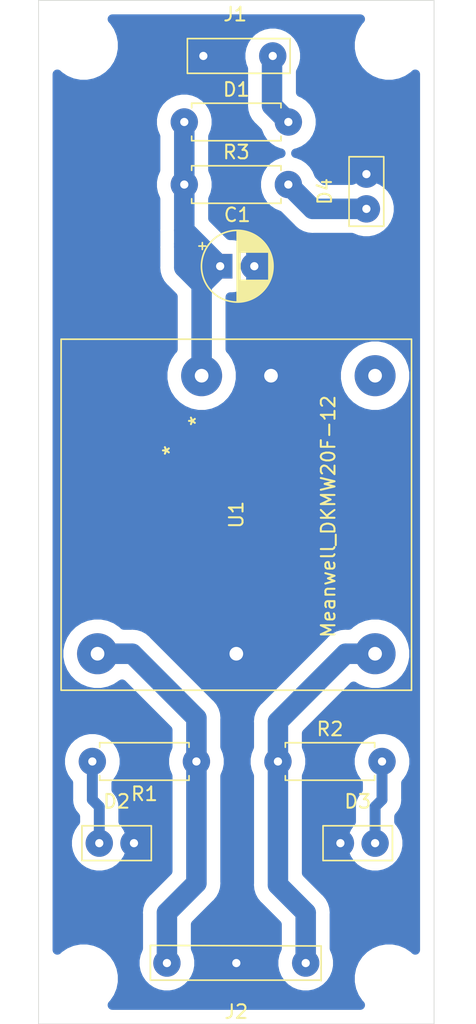
<source format=kicad_pcb>
(kicad_pcb (version 20171130) (host pcbnew "(5.1.7-0-10_14)")

  (general
    (thickness 1.6)
    (drawings 4)
    (tracks 35)
    (zones 0)
    (modules 15)
    (nets 10)
  )

  (page A4)
  (layers
    (0 F.Cu signal)
    (31 B.Cu signal)
    (32 B.Adhes user)
    (33 F.Adhes user)
    (34 B.Paste user)
    (35 F.Paste user)
    (36 B.SilkS user)
    (37 F.SilkS user)
    (38 B.Mask user)
    (39 F.Mask user)
    (40 Dwgs.User user)
    (41 Cmts.User user)
    (42 Eco1.User user)
    (43 Eco2.User user)
    (44 Edge.Cuts user)
    (45 Margin user)
    (46 B.CrtYd user)
    (47 F.CrtYd user)
    (48 B.Fab user)
    (49 F.Fab user)
  )

  (setup
    (last_trace_width 0.25)
    (user_trace_width 0.8)
    (user_trace_width 1.5)
    (user_trace_width 2)
    (trace_clearance 0.2)
    (zone_clearance 1)
    (zone_45_only no)
    (trace_min 0.2)
    (via_size 0.8)
    (via_drill 0.4)
    (via_min_size 0.4)
    (via_min_drill 0.3)
    (uvia_size 0.3)
    (uvia_drill 0.1)
    (uvias_allowed no)
    (uvia_min_size 0.2)
    (uvia_min_drill 0.1)
    (edge_width 0.05)
    (segment_width 0.2)
    (pcb_text_width 0.3)
    (pcb_text_size 1.5 1.5)
    (mod_edge_width 0.12)
    (mod_text_size 1 1)
    (mod_text_width 0.15)
    (pad_size 3 3)
    (pad_drill 1)
    (pad_to_mask_clearance 0)
    (aux_axis_origin 0 0)
    (visible_elements FFFFFF7F)
    (pcbplotparams
      (layerselection 0x00000_fffffffe)
      (usegerberextensions false)
      (usegerberattributes true)
      (usegerberadvancedattributes true)
      (creategerberjobfile true)
      (excludeedgelayer true)
      (linewidth 0.100000)
      (plotframeref false)
      (viasonmask false)
      (mode 1)
      (useauxorigin false)
      (hpglpennumber 1)
      (hpglpenspeed 20)
      (hpglpendiameter 15.000000)
      (psnegative false)
      (psa4output false)
      (plotreference true)
      (plotvalue true)
      (plotinvisibletext false)
      (padsonsilk false)
      (subtractmaskfromsilk false)
      (outputformat 4)
      (mirror false)
      (drillshape 2)
      (scaleselection 1)
      (outputdirectory "plots/PDF/"))
  )

  (net 0 "")
  (net 1 GND)
  (net 2 "Net-(C1-Pad1)")
  (net 3 "Net-(D1-Pad2)")
  (net 4 "Net-(D2-Pad2)")
  (net 5 "Net-(D3-Pad1)")
  (net 6 "Net-(J2-Pad1)")
  (net 7 "Net-(J2-Pad3)")
  (net 8 "Net-(D4-Pad2)")
  (net 9 "Net-(U1-Pad3)")

  (net_class Default "This is the default net class."
    (clearance 0.2)
    (trace_width 0.25)
    (via_dia 0.8)
    (via_drill 0.4)
    (uvia_dia 0.3)
    (uvia_drill 0.1)
    (add_net GND)
    (add_net "Net-(C1-Pad1)")
    (add_net "Net-(D1-Pad2)")
    (add_net "Net-(D2-Pad2)")
    (add_net "Net-(D3-Pad1)")
    (add_net "Net-(D4-Pad2)")
    (add_net "Net-(J2-Pad1)")
    (add_net "Net-(J2-Pad3)")
    (add_net "Net-(U1-Pad3)")
  )

  (module Zimo_Manual_PCB:NSL25_01x02_Vertical (layer F.Cu) (tedit 61614929) (tstamp 616148DC)
    (at 121.92 64.77 180)
    (path /6160CFBF)
    (fp_text reference J1 (at 2.75 3.048 180) (layer F.SilkS)
      (effects (font (size 1 1) (thickness 0.15)))
    )
    (fp_text value Jack-DC (at 2.25 -3.75 180) (layer F.Fab)
      (effects (font (size 1 1) (thickness 0.15)))
    )
    (fp_line (start -1.27 -1.27) (end 6.25 -1.27) (layer F.SilkS) (width 0.12))
    (fp_line (start 6.25 -1.27) (end 6.25 1.27) (layer F.SilkS) (width 0.12))
    (fp_line (start 6.25 1.27) (end -1.27 1.27) (layer F.SilkS) (width 0.12))
    (fp_line (start -1.27 1.27) (end -1.27 -1.27) (layer F.SilkS) (width 0.12))
    (fp_line (start -1.524 -2.54) (end -1.524 2.032) (layer Dwgs.User) (width 0.12))
    (fp_line (start -1.524 2.032) (end 6.5 2.032) (layer Dwgs.User) (width 0.12))
    (fp_line (start 6.5 2.032) (end 6.5 -2.54) (layer Dwgs.User) (width 0.12))
    (fp_line (start 6.5 -2.54) (end -1.524 -2.54) (layer Dwgs.User) (width 0.12))
    (pad 1 thru_hole circle (at 0 0 180) (size 2 2) (drill 0.6) (layers *.Cu *.Mask)
      (net 3 "Net-(D1-Pad2)"))
    (pad 2 thru_hole circle (at 5.08 0 180) (size 2 2) (drill 0.6) (layers *.Cu *.Mask)
      (net 1 GND))
  )

  (module MountingHole:MountingHole_3mm locked (layer F.Cu) (tedit 56D1B4CB) (tstamp 616138BE)
    (at 108.077 132.207)
    (descr "Mounting Hole 3mm, no annular")
    (tags "mounting hole 3mm no annular")
    (attr virtual)
    (fp_text reference REF** (at 0 -4) (layer F.SilkS) hide
      (effects (font (size 1 1) (thickness 0.15)))
    )
    (fp_text value MountingHole_3mm (at 0 4) (layer F.Fab) hide
      (effects (font (size 1 1) (thickness 0.15)))
    )
    (fp_circle (center 0 0) (end 3.25 0) (layer F.CrtYd) (width 0.05))
    (fp_circle (center 0 0) (end 3 0) (layer Cmts.User) (width 0.15))
    (fp_text user %R (at 0.3 0) (layer F.Fab)
      (effects (font (size 1 1) (thickness 0.15)))
    )
    (pad 1 np_thru_hole circle (at 0 0) (size 3 3) (drill 3) (layers *.Cu *.Mask))
  )

  (module MountingHole:MountingHole_3mm locked (layer F.Cu) (tedit 56D1B4CB) (tstamp 616138B7)
    (at 130.429 132.207)
    (descr "Mounting Hole 3mm, no annular")
    (tags "mounting hole 3mm no annular")
    (attr virtual)
    (fp_text reference REF** (at 0 -4) (layer F.SilkS) hide
      (effects (font (size 1 1) (thickness 0.15)))
    )
    (fp_text value MountingHole_3mm (at 0 4) (layer F.Fab) hide
      (effects (font (size 1 1) (thickness 0.15)))
    )
    (fp_circle (center 0 0) (end 3.25 0) (layer F.CrtYd) (width 0.05))
    (fp_circle (center 0 0) (end 3 0) (layer Cmts.User) (width 0.15))
    (fp_text user %R (at 0.3 0) (layer F.Fab)
      (effects (font (size 1 1) (thickness 0.15)))
    )
    (pad 1 np_thru_hole circle (at 0 0) (size 3 3) (drill 3) (layers *.Cu *.Mask))
  )

  (module MountingHole:MountingHole_3mm locked (layer F.Cu) (tedit 56D1B4CB) (tstamp 616138A4)
    (at 130.429 64.008)
    (descr "Mounting Hole 3mm, no annular")
    (tags "mounting hole 3mm no annular")
    (attr virtual)
    (fp_text reference REF** (at 0 -4) (layer F.SilkS) hide
      (effects (font (size 1 1) (thickness 0.15)))
    )
    (fp_text value MountingHole_3mm (at 0 4) (layer F.Fab) hide
      (effects (font (size 1 1) (thickness 0.15)))
    )
    (fp_circle (center 0 0) (end 3.25 0) (layer F.CrtYd) (width 0.05))
    (fp_circle (center 0 0) (end 3 0) (layer Cmts.User) (width 0.15))
    (fp_text user %R (at 0.3 0) (layer F.Fab)
      (effects (font (size 1 1) (thickness 0.15)))
    )
    (pad 1 np_thru_hole circle (at 0 0) (size 3 3) (drill 3) (layers *.Cu *.Mask))
  )

  (module MountingHole:MountingHole_3mm locked (layer F.Cu) (tedit 56D1B4CB) (tstamp 61613890)
    (at 108.077 64.008)
    (descr "Mounting Hole 3mm, no annular")
    (tags "mounting hole 3mm no annular")
    (attr virtual)
    (fp_text reference REF** (at 0 -4) (layer F.SilkS) hide
      (effects (font (size 1 1) (thickness 0.15)))
    )
    (fp_text value MountingHole_3mm (at 0 4) (layer F.Fab) hide
      (effects (font (size 1 1) (thickness 0.15)))
    )
    (fp_circle (center 0 0) (end 3.25 0) (layer F.CrtYd) (width 0.05))
    (fp_circle (center 0 0) (end 3 0) (layer Cmts.User) (width 0.15))
    (fp_text user %R (at 0.3 0) (layer F.Fab)
      (effects (font (size 1 1) (thickness 0.15)))
    )
    (pad 1 np_thru_hole circle (at 0 0) (size 3 3) (drill 3) (layers *.Cu *.Mask))
  )

  (module Zimo_Manual_PCB:NSL25_01x03_Vertical (layer F.Cu) (tedit 61612A2A) (tstamp 61611FBA)
    (at 116.713 131.064)
    (path /616172E9)
    (fp_text reference J2 (at 2.54 3.556) (layer F.SilkS)
      (effects (font (size 1 1) (thickness 0.15)))
    )
    (fp_text value Out (at 3.048 -4.064) (layer F.Fab)
      (effects (font (size 1 1) (thickness 0.15)))
    )
    (fp_line (start -3.75 -1.29) (end 8.75 -1.25) (layer F.SilkS) (width 0.12))
    (fp_line (start 8.75 1.25) (end -3.75 1.25) (layer F.SilkS) (width 0.12))
    (fp_line (start -3.75 1.25) (end -3.75 -1.29) (layer F.SilkS) (width 0.12))
    (fp_line (start -3.75 -2.54) (end -3.75 2.032) (layer Dwgs.User) (width 0.12))
    (fp_line (start -3.75 2.032) (end 8.75 2.032) (layer Dwgs.User) (width 0.12))
    (fp_line (start 8.75 -2.54) (end -3.75 -2.54) (layer Dwgs.User) (width 0.12))
    (fp_line (start 8.75 -1.25) (end 8.75 1.29) (layer F.SilkS) (width 0.12))
    (fp_line (start 8.75 -2.54) (end 8.75 2.032) (layer Dwgs.User) (width 0.12))
    (pad 1 thru_hole circle (at -2.54 0) (size 2 2) (drill 0.6) (layers *.Cu *.Mask)
      (net 6 "Net-(J2-Pad1)"))
    (pad 2 thru_hole circle (at 2.54 0) (size 2 2) (drill 0.6) (layers *.Cu *.Mask)
      (net 1 GND))
    (pad 3 thru_hole circle (at 7.62 0) (size 2 2) (drill 0.6) (layers *.Cu *.Mask)
      (net 7 "Net-(J2-Pad3)"))
  )

  (module Zimo_Manual_PCB:CP_Radial_D5.0mm_P2.50mm (layer F.Cu) (tedit 5FABF591) (tstamp 61611F66)
    (at 118.070064 80.137)
    (descr "CP, Radial series, Radial, pin pitch=2.50mm, , diameter=5mm, Electrolytic Capacitor")
    (tags "CP Radial series Radial pin pitch 2.50mm  diameter 5mm Electrolytic Capacitor")
    (path /616146FC)
    (fp_text reference C1 (at 1.25 -3.75) (layer F.SilkS)
      (effects (font (size 1 1) (thickness 0.15)))
    )
    (fp_text value 22uF (at 1.25 3.75) (layer F.Fab)
      (effects (font (size 1 1) (thickness 0.15)))
    )
    (fp_line (start -1.304775 -1.725) (end -1.304775 -1.225) (layer F.SilkS) (width 0.12))
    (fp_line (start -1.554775 -1.475) (end -1.054775 -1.475) (layer F.SilkS) (width 0.12))
    (fp_line (start 3.851 -0.284) (end 3.851 0.284) (layer F.SilkS) (width 0.12))
    (fp_line (start 3.811 -0.518) (end 3.811 0.518) (layer F.SilkS) (width 0.12))
    (fp_line (start 3.771 -0.677) (end 3.771 0.677) (layer F.SilkS) (width 0.12))
    (fp_line (start 3.731 -0.805) (end 3.731 0.805) (layer F.SilkS) (width 0.12))
    (fp_line (start 3.691 -0.915) (end 3.691 0.915) (layer F.SilkS) (width 0.12))
    (fp_line (start 3.651 -1.011) (end 3.651 1.011) (layer F.SilkS) (width 0.12))
    (fp_line (start 3.611 -1.098) (end 3.611 1.098) (layer F.SilkS) (width 0.12))
    (fp_line (start 3.571 -1.178) (end 3.571 1.178) (layer F.SilkS) (width 0.12))
    (fp_line (start 3.531 1.04) (end 3.531 1.251) (layer F.SilkS) (width 0.12))
    (fp_line (start 3.531 -1.251) (end 3.531 -1.04) (layer F.SilkS) (width 0.12))
    (fp_line (start 3.491 1.04) (end 3.491 1.319) (layer F.SilkS) (width 0.12))
    (fp_line (start 3.491 -1.319) (end 3.491 -1.04) (layer F.SilkS) (width 0.12))
    (fp_line (start 3.451 1.04) (end 3.451 1.383) (layer F.SilkS) (width 0.12))
    (fp_line (start 3.451 -1.383) (end 3.451 -1.04) (layer F.SilkS) (width 0.12))
    (fp_line (start 3.411 1.04) (end 3.411 1.443) (layer F.SilkS) (width 0.12))
    (fp_line (start 3.411 -1.443) (end 3.411 -1.04) (layer F.SilkS) (width 0.12))
    (fp_line (start 3.371 1.04) (end 3.371 1.5) (layer F.SilkS) (width 0.12))
    (fp_line (start 3.371 -1.5) (end 3.371 -1.04) (layer F.SilkS) (width 0.12))
    (fp_line (start 3.331 1.04) (end 3.331 1.554) (layer F.SilkS) (width 0.12))
    (fp_line (start 3.331 -1.554) (end 3.331 -1.04) (layer F.SilkS) (width 0.12))
    (fp_line (start 3.291 1.04) (end 3.291 1.605) (layer F.SilkS) (width 0.12))
    (fp_line (start 3.291 -1.605) (end 3.291 -1.04) (layer F.SilkS) (width 0.12))
    (fp_line (start 3.251 1.04) (end 3.251 1.653) (layer F.SilkS) (width 0.12))
    (fp_line (start 3.251 -1.653) (end 3.251 -1.04) (layer F.SilkS) (width 0.12))
    (fp_line (start 3.211 1.04) (end 3.211 1.699) (layer F.SilkS) (width 0.12))
    (fp_line (start 3.211 -1.699) (end 3.211 -1.04) (layer F.SilkS) (width 0.12))
    (fp_line (start 3.171 1.04) (end 3.171 1.743) (layer F.SilkS) (width 0.12))
    (fp_line (start 3.171 -1.743) (end 3.171 -1.04) (layer F.SilkS) (width 0.12))
    (fp_line (start 3.131 1.04) (end 3.131 1.785) (layer F.SilkS) (width 0.12))
    (fp_line (start 3.131 -1.785) (end 3.131 -1.04) (layer F.SilkS) (width 0.12))
    (fp_line (start 3.091 1.04) (end 3.091 1.826) (layer F.SilkS) (width 0.12))
    (fp_line (start 3.091 -1.826) (end 3.091 -1.04) (layer F.SilkS) (width 0.12))
    (fp_line (start 3.051 1.04) (end 3.051 1.864) (layer F.SilkS) (width 0.12))
    (fp_line (start 3.051 -1.864) (end 3.051 -1.04) (layer F.SilkS) (width 0.12))
    (fp_line (start 3.011 1.04) (end 3.011 1.901) (layer F.SilkS) (width 0.12))
    (fp_line (start 3.011 -1.901) (end 3.011 -1.04) (layer F.SilkS) (width 0.12))
    (fp_line (start 2.971 1.04) (end 2.971 1.937) (layer F.SilkS) (width 0.12))
    (fp_line (start 2.971 -1.937) (end 2.971 -1.04) (layer F.SilkS) (width 0.12))
    (fp_line (start 2.931 1.04) (end 2.931 1.971) (layer F.SilkS) (width 0.12))
    (fp_line (start 2.931 -1.971) (end 2.931 -1.04) (layer F.SilkS) (width 0.12))
    (fp_line (start 2.891 1.04) (end 2.891 2.004) (layer F.SilkS) (width 0.12))
    (fp_line (start 2.891 -2.004) (end 2.891 -1.04) (layer F.SilkS) (width 0.12))
    (fp_line (start 2.851 1.04) (end 2.851 2.035) (layer F.SilkS) (width 0.12))
    (fp_line (start 2.851 -2.035) (end 2.851 -1.04) (layer F.SilkS) (width 0.12))
    (fp_line (start 2.811 1.04) (end 2.811 2.065) (layer F.SilkS) (width 0.12))
    (fp_line (start 2.811 -2.065) (end 2.811 -1.04) (layer F.SilkS) (width 0.12))
    (fp_line (start 2.771 1.04) (end 2.771 2.095) (layer F.SilkS) (width 0.12))
    (fp_line (start 2.771 -2.095) (end 2.771 -1.04) (layer F.SilkS) (width 0.12))
    (fp_line (start 2.731 1.04) (end 2.731 2.122) (layer F.SilkS) (width 0.12))
    (fp_line (start 2.731 -2.122) (end 2.731 -1.04) (layer F.SilkS) (width 0.12))
    (fp_line (start 2.691 1.04) (end 2.691 2.149) (layer F.SilkS) (width 0.12))
    (fp_line (start 2.691 -2.149) (end 2.691 -1.04) (layer F.SilkS) (width 0.12))
    (fp_line (start 2.651 1.04) (end 2.651 2.175) (layer F.SilkS) (width 0.12))
    (fp_line (start 2.651 -2.175) (end 2.651 -1.04) (layer F.SilkS) (width 0.12))
    (fp_line (start 2.611 1.04) (end 2.611 2.2) (layer F.SilkS) (width 0.12))
    (fp_line (start 2.611 -2.2) (end 2.611 -1.04) (layer F.SilkS) (width 0.12))
    (fp_line (start 2.571 1.04) (end 2.571 2.224) (layer F.SilkS) (width 0.12))
    (fp_line (start 2.571 -2.224) (end 2.571 -1.04) (layer F.SilkS) (width 0.12))
    (fp_line (start 2.531 1.04) (end 2.531 2.247) (layer F.SilkS) (width 0.12))
    (fp_line (start 2.531 -2.247) (end 2.531 -1.04) (layer F.SilkS) (width 0.12))
    (fp_line (start 2.491 1.04) (end 2.491 2.268) (layer F.SilkS) (width 0.12))
    (fp_line (start 2.491 -2.268) (end 2.491 -1.04) (layer F.SilkS) (width 0.12))
    (fp_line (start 2.451 1.04) (end 2.451 2.29) (layer F.SilkS) (width 0.12))
    (fp_line (start 2.451 -2.29) (end 2.451 -1.04) (layer F.SilkS) (width 0.12))
    (fp_line (start 2.411 1.04) (end 2.411 2.31) (layer F.SilkS) (width 0.12))
    (fp_line (start 2.411 -2.31) (end 2.411 -1.04) (layer F.SilkS) (width 0.12))
    (fp_line (start 2.371 1.04) (end 2.371 2.329) (layer F.SilkS) (width 0.12))
    (fp_line (start 2.371 -2.329) (end 2.371 -1.04) (layer F.SilkS) (width 0.12))
    (fp_line (start 2.331 1.04) (end 2.331 2.348) (layer F.SilkS) (width 0.12))
    (fp_line (start 2.331 -2.348) (end 2.331 -1.04) (layer F.SilkS) (width 0.12))
    (fp_line (start 2.291 1.04) (end 2.291 2.365) (layer F.SilkS) (width 0.12))
    (fp_line (start 2.291 -2.365) (end 2.291 -1.04) (layer F.SilkS) (width 0.12))
    (fp_line (start 2.251 1.04) (end 2.251 2.382) (layer F.SilkS) (width 0.12))
    (fp_line (start 2.251 -2.382) (end 2.251 -1.04) (layer F.SilkS) (width 0.12))
    (fp_line (start 2.211 1.04) (end 2.211 2.398) (layer F.SilkS) (width 0.12))
    (fp_line (start 2.211 -2.398) (end 2.211 -1.04) (layer F.SilkS) (width 0.12))
    (fp_line (start 2.171 1.04) (end 2.171 2.414) (layer F.SilkS) (width 0.12))
    (fp_line (start 2.171 -2.414) (end 2.171 -1.04) (layer F.SilkS) (width 0.12))
    (fp_line (start 2.131 1.04) (end 2.131 2.428) (layer F.SilkS) (width 0.12))
    (fp_line (start 2.131 -2.428) (end 2.131 -1.04) (layer F.SilkS) (width 0.12))
    (fp_line (start 2.091 1.04) (end 2.091 2.442) (layer F.SilkS) (width 0.12))
    (fp_line (start 2.091 -2.442) (end 2.091 -1.04) (layer F.SilkS) (width 0.12))
    (fp_line (start 2.051 1.04) (end 2.051 2.455) (layer F.SilkS) (width 0.12))
    (fp_line (start 2.051 -2.455) (end 2.051 -1.04) (layer F.SilkS) (width 0.12))
    (fp_line (start 2.011 1.04) (end 2.011 2.468) (layer F.SilkS) (width 0.12))
    (fp_line (start 2.011 -2.468) (end 2.011 -1.04) (layer F.SilkS) (width 0.12))
    (fp_line (start 1.971 1.04) (end 1.971 2.48) (layer F.SilkS) (width 0.12))
    (fp_line (start 1.971 -2.48) (end 1.971 -1.04) (layer F.SilkS) (width 0.12))
    (fp_line (start 1.93 1.04) (end 1.93 2.491) (layer F.SilkS) (width 0.12))
    (fp_line (start 1.93 -2.491) (end 1.93 -1.04) (layer F.SilkS) (width 0.12))
    (fp_line (start 1.89 1.04) (end 1.89 2.501) (layer F.SilkS) (width 0.12))
    (fp_line (start 1.89 -2.501) (end 1.89 -1.04) (layer F.SilkS) (width 0.12))
    (fp_line (start 1.85 1.04) (end 1.85 2.511) (layer F.SilkS) (width 0.12))
    (fp_line (start 1.85 -2.511) (end 1.85 -1.04) (layer F.SilkS) (width 0.12))
    (fp_line (start 1.81 1.04) (end 1.81 2.52) (layer F.SilkS) (width 0.12))
    (fp_line (start 1.81 -2.52) (end 1.81 -1.04) (layer F.SilkS) (width 0.12))
    (fp_line (start 1.77 1.04) (end 1.77 2.528) (layer F.SilkS) (width 0.12))
    (fp_line (start 1.77 -2.528) (end 1.77 -1.04) (layer F.SilkS) (width 0.12))
    (fp_line (start 1.73 1.04) (end 1.73 2.536) (layer F.SilkS) (width 0.12))
    (fp_line (start 1.73 -2.536) (end 1.73 -1.04) (layer F.SilkS) (width 0.12))
    (fp_line (start 1.69 1.04) (end 1.69 2.543) (layer F.SilkS) (width 0.12))
    (fp_line (start 1.69 -2.543) (end 1.69 -1.04) (layer F.SilkS) (width 0.12))
    (fp_line (start 1.65 1.04) (end 1.65 2.55) (layer F.SilkS) (width 0.12))
    (fp_line (start 1.65 -2.55) (end 1.65 -1.04) (layer F.SilkS) (width 0.12))
    (fp_line (start 1.61 1.04) (end 1.61 2.556) (layer F.SilkS) (width 0.12))
    (fp_line (start 1.61 -2.556) (end 1.61 -1.04) (layer F.SilkS) (width 0.12))
    (fp_line (start 1.57 1.04) (end 1.57 2.561) (layer F.SilkS) (width 0.12))
    (fp_line (start 1.57 -2.561) (end 1.57 -1.04) (layer F.SilkS) (width 0.12))
    (fp_line (start 1.53 1.04) (end 1.53 2.565) (layer F.SilkS) (width 0.12))
    (fp_line (start 1.53 -2.565) (end 1.53 -1.04) (layer F.SilkS) (width 0.12))
    (fp_line (start 1.49 1.04) (end 1.49 2.569) (layer F.SilkS) (width 0.12))
    (fp_line (start 1.49 -2.569) (end 1.49 -1.04) (layer F.SilkS) (width 0.12))
    (fp_line (start 1.45 -2.573) (end 1.45 2.573) (layer F.SilkS) (width 0.12))
    (fp_line (start 1.41 -2.576) (end 1.41 2.576) (layer F.SilkS) (width 0.12))
    (fp_line (start 1.37 -2.578) (end 1.37 2.578) (layer F.SilkS) (width 0.12))
    (fp_line (start 1.33 -2.579) (end 1.33 2.579) (layer F.SilkS) (width 0.12))
    (fp_line (start 1.29 -2.58) (end 1.29 2.58) (layer F.SilkS) (width 0.12))
    (fp_line (start 1.25 -2.58) (end 1.25 2.58) (layer F.SilkS) (width 0.12))
    (fp_line (start -0.633605 -1.3375) (end -0.633605 -0.8375) (layer F.Fab) (width 0.1))
    (fp_line (start -0.883605 -1.0875) (end -0.383605 -1.0875) (layer F.Fab) (width 0.1))
    (fp_circle (center 1.25 0) (end 4 0) (layer F.CrtYd) (width 0.05))
    (fp_circle (center 1.25 0) (end 3.87 0) (layer F.SilkS) (width 0.12))
    (fp_circle (center 1.25 0) (end 3.75 0) (layer F.Fab) (width 0.1))
    (fp_text user %R (at 1.25 0) (layer F.Fab)
      (effects (font (size 1 1) (thickness 0.15)))
    )
    (pad 2 thru_hole circle (at 2.5 0) (size 2 2) (drill 0.6) (layers *.Cu *.Mask)
      (net 1 GND))
    (pad 1 thru_hole rect (at 0 0) (size 1.8 1.8) (drill 0.6) (layers *.Cu *.Mask)
      (net 2 "Net-(C1-Pad1)"))
    (model ${KISYS3DMOD}/Capacitor_THT.3dshapes/CP_Radial_D5.0mm_P2.50mm.wrl
      (at (xyz 0 0 0))
      (scale (xyz 1 1 1))
      (rotate (xyz 0 0 0))
    )
  )

  (module Zimo_Manual_PCB:D_Axial (layer F.Cu) (tedit 6029A1D6) (tstamp 61611F81)
    (at 115.443 69.596)
    (descr "Resistor, Axial_DIN0207 series, Axial, Horizontal, pin pitch=7.62mm, 0.25W = 1/4W, length*diameter=6.3*2.5mm^2, http://cdn-reichelt.de/documents/datenblatt/B400/1_4W%23YAG.pdf")
    (tags "Resistor Axial_DIN0207 series Axial Horizontal pin pitch 7.62mm 0.25W = 1/4W length 6.3mm diameter 2.5mm")
    (path /61613944)
    (fp_text reference D1 (at 3.81 -2.37) (layer F.SilkS)
      (effects (font (size 1 1) (thickness 0.15)))
    )
    (fp_text value G3D (at 3.81 2.37) (layer F.Fab)
      (effects (font (size 1 1) (thickness 0.15)))
    )
    (fp_line (start 0.66 -1.25) (end 0.66 1.25) (layer F.Fab) (width 0.1))
    (fp_line (start 0.66 1.25) (end 6.96 1.25) (layer F.Fab) (width 0.1))
    (fp_line (start 6.96 1.25) (end 6.96 -1.25) (layer F.Fab) (width 0.1))
    (fp_line (start 6.96 -1.25) (end 0.66 -1.25) (layer F.Fab) (width 0.1))
    (fp_line (start 0 0) (end 0.66 0) (layer F.Fab) (width 0.1))
    (fp_line (start 7.62 0) (end 6.96 0) (layer F.Fab) (width 0.1))
    (fp_line (start 0.54 -1.04) (end 0.54 -1.37) (layer F.SilkS) (width 0.12))
    (fp_line (start 0.54 -1.37) (end 7.08 -1.37) (layer F.SilkS) (width 0.12))
    (fp_line (start 7.08 -1.37) (end 7.08 -1.04) (layer F.SilkS) (width 0.12))
    (fp_line (start 0.54 1.04) (end 0.54 1.37) (layer F.SilkS) (width 0.12))
    (fp_line (start 0.54 1.37) (end 7.08 1.37) (layer F.SilkS) (width 0.12))
    (fp_line (start 7.08 1.37) (end 7.08 1.04) (layer F.SilkS) (width 0.12))
    (fp_line (start -1.05 -1.5) (end -1.05 1.5) (layer F.CrtYd) (width 0.05))
    (fp_line (start -1.05 1.5) (end 8.67 1.5) (layer F.CrtYd) (width 0.05))
    (fp_line (start 8.67 1.5) (end 8.67 -1.5) (layer F.CrtYd) (width 0.05))
    (fp_line (start 8.67 -1.5) (end -1.05 -1.5) (layer F.CrtYd) (width 0.05))
    (fp_line (start 4.572 -1.27) (end 4.572 1.27) (layer F.Fab) (width 0.12))
    (fp_line (start 4.572 1.27) (end 3.302 0) (layer F.Fab) (width 0.12))
    (fp_line (start 3.302 0) (end 4.572 -1.27) (layer F.Fab) (width 0.12))
    (fp_line (start 3.302 -1.27) (end 3.302 1.27) (layer F.Fab) (width 0.12))
    (fp_text user %R (at 3.81 -4.064) (layer F.Fab)
      (effects (font (size 1 1) (thickness 0.15)))
    )
    (pad 2 thru_hole oval (at 7.62 0) (size 2 2) (drill 0.6) (layers *.Cu *.Mask)
      (net 3 "Net-(D1-Pad2)"))
    (pad 1 thru_hole circle (at 0 0) (size 2 2) (drill 0.6) (layers *.Cu *.Mask)
      (net 2 "Net-(C1-Pad1)"))
    (model ${KISYS3DMOD}/Resistor_THT.3dshapes/R_Axial_DIN0207_L6.3mm_D2.5mm_P7.62mm_Horizontal.wrl
      (at (xyz 0 0 0))
      (scale (xyz 1 1 1))
      (rotate (xyz 0 0 0))
    )
  )

  (module Zimo_Manual_PCB:NSL25_01x02_Vertical (layer F.Cu) (tedit 5FB01468) (tstamp 61614536)
    (at 111.76 122.301 180)
    (path /6161C1CC)
    (fp_text reference D2 (at 1.27 3.048) (layer F.SilkS)
      (effects (font (size 1 1) (thickness 0.15)))
    )
    (fp_text value "Test LED +12V" (at 4.064 3.683) (layer F.Fab)
      (effects (font (size 1 1) (thickness 0.15)))
    )
    (fp_line (start -1.27 -1.27) (end 3.81 -1.27) (layer F.SilkS) (width 0.12))
    (fp_line (start 3.81 -1.27) (end 3.81 1.27) (layer F.SilkS) (width 0.12))
    (fp_line (start 3.81 1.27) (end -1.27 1.27) (layer F.SilkS) (width 0.12))
    (fp_line (start -1.27 1.27) (end -1.27 -1.27) (layer F.SilkS) (width 0.12))
    (fp_line (start -1.524 -2.54) (end -1.524 2.032) (layer Dwgs.User) (width 0.12))
    (fp_line (start -1.524 2.032) (end 4.064 2.032) (layer Dwgs.User) (width 0.12))
    (fp_line (start 4.064 2.032) (end 4.064 -2.54) (layer Dwgs.User) (width 0.12))
    (fp_line (start 4.064 -2.54) (end -1.524 -2.54) (layer Dwgs.User) (width 0.12))
    (pad 1 thru_hole circle (at 0 0 180) (size 2 2) (drill 0.6) (layers *.Cu *.Mask)
      (net 1 GND))
    (pad 2 thru_hole circle (at 2.54 0 180) (size 2 2) (drill 0.6) (layers *.Cu *.Mask)
      (net 4 "Net-(D2-Pad2)"))
  )

  (module Zimo_Manual_PCB:NSL25_01x02_Vertical (layer F.Cu) (tedit 5FB01468) (tstamp 61611F9D)
    (at 129.413 122.301 180)
    (path /6161DA65)
    (fp_text reference D3 (at 1.27 3.048) (layer F.SilkS)
      (effects (font (size 1 1) (thickness 0.15)))
    )
    (fp_text value "Test LED -12V" (at -1.651 3.683) (layer F.Fab)
      (effects (font (size 1 1) (thickness 0.15)))
    )
    (fp_line (start 4.064 -2.54) (end -1.524 -2.54) (layer Dwgs.User) (width 0.12))
    (fp_line (start 4.064 2.032) (end 4.064 -2.54) (layer Dwgs.User) (width 0.12))
    (fp_line (start -1.524 2.032) (end 4.064 2.032) (layer Dwgs.User) (width 0.12))
    (fp_line (start -1.524 -2.54) (end -1.524 2.032) (layer Dwgs.User) (width 0.12))
    (fp_line (start -1.27 1.27) (end -1.27 -1.27) (layer F.SilkS) (width 0.12))
    (fp_line (start 3.81 1.27) (end -1.27 1.27) (layer F.SilkS) (width 0.12))
    (fp_line (start 3.81 -1.27) (end 3.81 1.27) (layer F.SilkS) (width 0.12))
    (fp_line (start -1.27 -1.27) (end 3.81 -1.27) (layer F.SilkS) (width 0.12))
    (pad 2 thru_hole circle (at 2.54 0 180) (size 2 2) (drill 0.6) (layers *.Cu *.Mask)
      (net 1 GND))
    (pad 1 thru_hole circle (at 0 0 180) (size 2 2) (drill 0.6) (layers *.Cu *.Mask)
      (net 5 "Net-(D3-Pad1)"))
  )

  (module Zimo_Manual_PCB:R_Axial_DIN0207_L6.3mm_D2.5mm_P7.62mm_Horizontal (layer F.Cu) (tedit 5FABF75E) (tstamp 61611FD1)
    (at 116.332 116.332 180)
    (descr "Resistor, Axial_DIN0207 series, Axial, Horizontal, pin pitch=7.62mm, 0.25W = 1/4W, length*diameter=6.3*2.5mm^2, http://cdn-reichelt.de/documents/datenblatt/B400/1_4W%23YAG.pdf")
    (tags "Resistor Axial_DIN0207 series Axial Horizontal pin pitch 7.62mm 0.25W = 1/4W length 6.3mm diameter 2.5mm")
    (path /6161B60D)
    (fp_text reference R1 (at 3.81 -2.37) (layer F.SilkS)
      (effects (font (size 1 1) (thickness 0.15)))
    )
    (fp_text value 1k (at 3.81 2.37) (layer F.Fab)
      (effects (font (size 1 1) (thickness 0.15)))
    )
    (fp_line (start 8.67 -1.5) (end -1.05 -1.5) (layer F.CrtYd) (width 0.05))
    (fp_line (start 8.67 1.5) (end 8.67 -1.5) (layer F.CrtYd) (width 0.05))
    (fp_line (start -1.05 1.5) (end 8.67 1.5) (layer F.CrtYd) (width 0.05))
    (fp_line (start -1.05 -1.5) (end -1.05 1.5) (layer F.CrtYd) (width 0.05))
    (fp_line (start 7.08 1.37) (end 7.08 1.04) (layer F.SilkS) (width 0.12))
    (fp_line (start 0.54 1.37) (end 7.08 1.37) (layer F.SilkS) (width 0.12))
    (fp_line (start 0.54 1.04) (end 0.54 1.37) (layer F.SilkS) (width 0.12))
    (fp_line (start 7.08 -1.37) (end 7.08 -1.04) (layer F.SilkS) (width 0.12))
    (fp_line (start 0.54 -1.37) (end 7.08 -1.37) (layer F.SilkS) (width 0.12))
    (fp_line (start 0.54 -1.04) (end 0.54 -1.37) (layer F.SilkS) (width 0.12))
    (fp_line (start 7.62 0) (end 6.96 0) (layer F.Fab) (width 0.1))
    (fp_line (start 0 0) (end 0.66 0) (layer F.Fab) (width 0.1))
    (fp_line (start 6.96 -1.25) (end 0.66 -1.25) (layer F.Fab) (width 0.1))
    (fp_line (start 6.96 1.25) (end 6.96 -1.25) (layer F.Fab) (width 0.1))
    (fp_line (start 0.66 1.25) (end 6.96 1.25) (layer F.Fab) (width 0.1))
    (fp_line (start 0.66 -1.25) (end 0.66 1.25) (layer F.Fab) (width 0.1))
    (fp_text user %R (at 3.81 0) (layer F.Fab)
      (effects (font (size 1 1) (thickness 0.15)))
    )
    (pad 2 thru_hole oval (at 7.62 0 180) (size 2 2) (drill 0.6) (layers *.Cu *.Mask)
      (net 4 "Net-(D2-Pad2)"))
    (pad 1 thru_hole circle (at 0 0 180) (size 2 2) (drill 0.6) (layers *.Cu *.Mask)
      (net 6 "Net-(J2-Pad1)"))
    (model ${KISYS3DMOD}/Resistor_THT.3dshapes/R_Axial_DIN0207_L6.3mm_D2.5mm_P7.62mm_Horizontal.wrl
      (at (xyz 0 0 0))
      (scale (xyz 1 1 1))
      (rotate (xyz 0 0 0))
    )
  )

  (module Zimo_Manual_PCB:R_Axial_DIN0207_L6.3mm_D2.5mm_P7.62mm_Horizontal (layer F.Cu) (tedit 5FABF75E) (tstamp 61611FE8)
    (at 122.301 116.332)
    (descr "Resistor, Axial_DIN0207 series, Axial, Horizontal, pin pitch=7.62mm, 0.25W = 1/4W, length*diameter=6.3*2.5mm^2, http://cdn-reichelt.de/documents/datenblatt/B400/1_4W%23YAG.pdf")
    (tags "Resistor Axial_DIN0207 series Axial Horizontal pin pitch 7.62mm 0.25W = 1/4W length 6.3mm diameter 2.5mm")
    (path /6161F03A)
    (fp_text reference R2 (at 3.81 -2.37) (layer F.SilkS)
      (effects (font (size 1 1) (thickness 0.15)))
    )
    (fp_text value 1k (at 3.81 2.37) (layer F.Fab)
      (effects (font (size 1 1) (thickness 0.15)))
    )
    (fp_line (start 0.66 -1.25) (end 0.66 1.25) (layer F.Fab) (width 0.1))
    (fp_line (start 0.66 1.25) (end 6.96 1.25) (layer F.Fab) (width 0.1))
    (fp_line (start 6.96 1.25) (end 6.96 -1.25) (layer F.Fab) (width 0.1))
    (fp_line (start 6.96 -1.25) (end 0.66 -1.25) (layer F.Fab) (width 0.1))
    (fp_line (start 0 0) (end 0.66 0) (layer F.Fab) (width 0.1))
    (fp_line (start 7.62 0) (end 6.96 0) (layer F.Fab) (width 0.1))
    (fp_line (start 0.54 -1.04) (end 0.54 -1.37) (layer F.SilkS) (width 0.12))
    (fp_line (start 0.54 -1.37) (end 7.08 -1.37) (layer F.SilkS) (width 0.12))
    (fp_line (start 7.08 -1.37) (end 7.08 -1.04) (layer F.SilkS) (width 0.12))
    (fp_line (start 0.54 1.04) (end 0.54 1.37) (layer F.SilkS) (width 0.12))
    (fp_line (start 0.54 1.37) (end 7.08 1.37) (layer F.SilkS) (width 0.12))
    (fp_line (start 7.08 1.37) (end 7.08 1.04) (layer F.SilkS) (width 0.12))
    (fp_line (start -1.05 -1.5) (end -1.05 1.5) (layer F.CrtYd) (width 0.05))
    (fp_line (start -1.05 1.5) (end 8.67 1.5) (layer F.CrtYd) (width 0.05))
    (fp_line (start 8.67 1.5) (end 8.67 -1.5) (layer F.CrtYd) (width 0.05))
    (fp_line (start 8.67 -1.5) (end -1.05 -1.5) (layer F.CrtYd) (width 0.05))
    (fp_text user %R (at 3.81 0) (layer F.Fab)
      (effects (font (size 1 1) (thickness 0.15)))
    )
    (pad 1 thru_hole circle (at 0 0) (size 2 2) (drill 0.6) (layers *.Cu *.Mask)
      (net 7 "Net-(J2-Pad3)"))
    (pad 2 thru_hole oval (at 7.62 0) (size 2 2) (drill 0.6) (layers *.Cu *.Mask)
      (net 5 "Net-(D3-Pad1)"))
    (model ${KISYS3DMOD}/Resistor_THT.3dshapes/R_Axial_DIN0207_L6.3mm_D2.5mm_P7.62mm_Horizontal.wrl
      (at (xyz 0 0 0))
      (scale (xyz 1 1 1))
      (rotate (xyz 0 0 0))
    )
  )

  (module Zimo_Manual_PCB:NSL25_01x02_Vertical (layer F.Cu) (tedit 5FB01468) (tstamp 6161327C)
    (at 128.778 73.406 270)
    (path /6163242D)
    (fp_text reference D4 (at 1.27 3.048 90) (layer F.SilkS)
      (effects (font (size 1 1) (thickness 0.15)))
    )
    (fp_text value LED (at 1.524 -4.064 90) (layer F.Fab)
      (effects (font (size 1 1) (thickness 0.15)))
    )
    (fp_line (start -1.27 -1.27) (end 3.81 -1.27) (layer F.SilkS) (width 0.12))
    (fp_line (start 3.81 -1.27) (end 3.81 1.27) (layer F.SilkS) (width 0.12))
    (fp_line (start 3.81 1.27) (end -1.27 1.27) (layer F.SilkS) (width 0.12))
    (fp_line (start -1.27 1.27) (end -1.27 -1.27) (layer F.SilkS) (width 0.12))
    (fp_line (start -1.524 -2.54) (end -1.524 2.032) (layer Dwgs.User) (width 0.12))
    (fp_line (start -1.524 2.032) (end 4.064 2.032) (layer Dwgs.User) (width 0.12))
    (fp_line (start 4.064 2.032) (end 4.064 -2.54) (layer Dwgs.User) (width 0.12))
    (fp_line (start 4.064 -2.54) (end -1.524 -2.54) (layer Dwgs.User) (width 0.12))
    (pad 1 thru_hole circle (at 0 0 270) (size 2 2) (drill 0.6) (layers *.Cu *.Mask)
      (net 1 GND))
    (pad 2 thru_hole circle (at 2.54 0 270) (size 2 2) (drill 0.6) (layers *.Cu *.Mask)
      (net 8 "Net-(D4-Pad2)"))
  )

  (module Zimo_Manual_PCB:R_Axial_DIN0207_L6.3mm_D2.5mm_P7.62mm_Horizontal (layer F.Cu) (tedit 5FABF75E) (tstamp 61613293)
    (at 115.443 74.168)
    (descr "Resistor, Axial_DIN0207 series, Axial, Horizontal, pin pitch=7.62mm, 0.25W = 1/4W, length*diameter=6.3*2.5mm^2, http://cdn-reichelt.de/documents/datenblatt/B400/1_4W%23YAG.pdf")
    (tags "Resistor Axial_DIN0207 series Axial Horizontal pin pitch 7.62mm 0.25W = 1/4W length 6.3mm diameter 2.5mm")
    (path /616317AD)
    (fp_text reference R3 (at 3.81 -2.37) (layer F.SilkS)
      (effects (font (size 1 1) (thickness 0.15)))
    )
    (fp_text value 1k (at 3.81 2.37) (layer F.Fab)
      (effects (font (size 1 1) (thickness 0.15)))
    )
    (fp_line (start 8.67 -1.5) (end -1.05 -1.5) (layer F.CrtYd) (width 0.05))
    (fp_line (start 8.67 1.5) (end 8.67 -1.5) (layer F.CrtYd) (width 0.05))
    (fp_line (start -1.05 1.5) (end 8.67 1.5) (layer F.CrtYd) (width 0.05))
    (fp_line (start -1.05 -1.5) (end -1.05 1.5) (layer F.CrtYd) (width 0.05))
    (fp_line (start 7.08 1.37) (end 7.08 1.04) (layer F.SilkS) (width 0.12))
    (fp_line (start 0.54 1.37) (end 7.08 1.37) (layer F.SilkS) (width 0.12))
    (fp_line (start 0.54 1.04) (end 0.54 1.37) (layer F.SilkS) (width 0.12))
    (fp_line (start 7.08 -1.37) (end 7.08 -1.04) (layer F.SilkS) (width 0.12))
    (fp_line (start 0.54 -1.37) (end 7.08 -1.37) (layer F.SilkS) (width 0.12))
    (fp_line (start 0.54 -1.04) (end 0.54 -1.37) (layer F.SilkS) (width 0.12))
    (fp_line (start 7.62 0) (end 6.96 0) (layer F.Fab) (width 0.1))
    (fp_line (start 0 0) (end 0.66 0) (layer F.Fab) (width 0.1))
    (fp_line (start 6.96 -1.25) (end 0.66 -1.25) (layer F.Fab) (width 0.1))
    (fp_line (start 6.96 1.25) (end 6.96 -1.25) (layer F.Fab) (width 0.1))
    (fp_line (start 0.66 1.25) (end 6.96 1.25) (layer F.Fab) (width 0.1))
    (fp_line (start 0.66 -1.25) (end 0.66 1.25) (layer F.Fab) (width 0.1))
    (fp_text user %R (at 3.81 0) (layer F.Fab)
      (effects (font (size 1 1) (thickness 0.15)))
    )
    (pad 2 thru_hole oval (at 7.62 0) (size 2 2) (drill 0.6) (layers *.Cu *.Mask)
      (net 8 "Net-(D4-Pad2)"))
    (pad 1 thru_hole circle (at 0 0) (size 2 2) (drill 0.6) (layers *.Cu *.Mask)
      (net 2 "Net-(C1-Pad1)"))
    (model ${KISYS3DMOD}/Resistor_THT.3dshapes/R_Axial_DIN0207_L6.3mm_D2.5mm_P7.62mm_Horizontal.wrl
      (at (xyz 0 0 0))
      (scale (xyz 1 1 1))
      (rotate (xyz 0 0 0))
    )
  )

  (module Zimo_Manual_PCB:Meanwell_DKMWx0F_TopView (layer F.Cu) (tedit 616134A7) (tstamp 61614268)
    (at 116.713 88.138 270)
    (path /6160C293)
    (fp_text reference U1 (at 10.16 -2.54 270) (layer F.SilkS)
      (effects (font (size 1 1) (thickness 0.15)))
    )
    (fp_text value Meanwell_DKMW20F-12 (at 10.287 -9.271 270) (layer F.SilkS)
      (effects (font (size 1 1) (thickness 0.15)))
    )
    (fp_circle (center 0.889 0) (end 0.889 0) (layer F.Fab) (width 0.1))
    (fp_circle (center -0.9906 -2.54) (end -0.9906 -2.54) (layer F.CrtYd) (width 0.05))
    (fp_line (start 22.86 10.16) (end -2.54 10.16) (layer F.CrtYd) (width 0.05))
    (fp_line (start 22.86 -15.24) (end 22.86 10.16) (layer F.CrtYd) (width 0.05))
    (fp_line (start -2.54 -15.24) (end 22.86 -15.24) (layer F.CrtYd) (width 0.05))
    (fp_line (start -2.54 10.16) (end -2.54 -15.24) (layer F.CrtYd) (width 0.05))
    (fp_line (start 23.114 10.414) (end -2.794 10.414) (layer F.CrtYd) (width 0.05))
    (fp_line (start 23.114 -15.494) (end 23.114 10.414) (layer F.CrtYd) (width 0.05))
    (fp_line (start -2.794 -15.494) (end 23.114 -15.494) (layer F.CrtYd) (width 0.05))
    (fp_line (start -2.794 10.414) (end -2.794 -15.494) (layer F.CrtYd) (width 0.05))
    (fp_line (start -2.54 -15.24) (end -2.54 10.16) (layer F.Fab) (width 0.1))
    (fp_line (start 22.86 -15.24) (end -2.54 -15.24) (layer F.Fab) (width 0.1))
    (fp_line (start 22.86 10.16) (end 22.86 -15.24) (layer F.Fab) (width 0.1))
    (fp_line (start -2.54 10.16) (end 22.86 10.16) (layer F.Fab) (width 0.1))
    (fp_line (start -2.667 -15.367) (end -2.667 10.287) (layer F.SilkS) (width 0.12))
    (fp_line (start 22.987 -15.367) (end -2.667 -15.367) (layer F.SilkS) (width 0.12))
    (fp_line (start 22.987 10.287) (end 22.987 -15.367) (layer F.SilkS) (width 0.12))
    (fp_line (start -2.667 10.287) (end 22.987 10.287) (layer F.SilkS) (width 0.12))
    (fp_arc (start 10.16 -15.24) (end 9.8552 -15.24) (angle -180) (layer F.Fab) (width 0.1))
    (fp_arc (start 10.16 -15.24) (end 8.043333 -15.24) (angle -180) (layer F.CrtYd) (width 0.05))
    (fp_text user * (at 3.302 0.381 270) (layer F.SilkS)
      (effects (font (size 1 1) (thickness 0.15)))
    )
    (fp_text user * (at 0 0 270) (layer F.Fab)
      (effects (font (size 1 1) (thickness 0.15)))
    )
    (fp_text user * (at 0 0 270) (layer F.Fab)
      (effects (font (size 1 1) (thickness 0.15)))
    )
    (fp_text user * (at 5.461 2.286 270) (layer F.SilkS)
      (effects (font (size 1 1) (thickness 0.15)))
    )
    (fp_text user "Copyright 2021 Accelerated Designs. All rights reserved." (at 0 0 270) (layer Cmts.User)
      (effects (font (size 0.127 0.127) (thickness 0.002)))
    )
    (pad 6 thru_hole circle (at 20.32 7.62 270) (size 3 3) (drill 1) (layers *.Cu *.Mask)
      (net 6 "Net-(J2-Pad1)"))
    (pad 5 thru_hole circle (at 20.32 -2.54 270) (size 3 3) (drill 1) (layers *.Cu *.Mask)
      (net 1 GND))
    (pad 4 thru_hole circle (at 20.32 -12.7 270) (size 3 3) (drill 1) (layers *.Cu *.Mask)
      (net 7 "Net-(J2-Pad3)"))
    (pad 3 thru_hole circle (at 0 -12.7 270) (size 3 3) (drill 1) (layers *.Cu *.Mask)
      (net 9 "Net-(U1-Pad3)"))
    (pad 2 thru_hole circle (at 0 -5.08 270) (size 3 3) (drill 1) (layers *.Cu *.Mask)
      (net 1 GND))
    (pad 1 thru_hole circle (at 0 0 270) (size 3 3) (drill 1) (layers *.Cu *.Mask)
      (net 2 "Net-(C1-Pad1)"))
  )

  (gr_line (start 104.775 135.509) (end 104.775 60.706) (layer Edge.Cuts) (width 0.05))
  (gr_line (start 133.731 135.509) (end 104.775 135.509) (layer Edge.Cuts) (width 0.05))
  (gr_line (start 133.731 60.706) (end 133.731 135.509) (layer Edge.Cuts) (width 0.05))
  (gr_line (start 104.775 60.706) (end 133.731 60.706) (layer Edge.Cuts) (width 0.05))

  (segment (start 115.443 69.596) (end 115.316 69.723) (width 1.5) (layer B.Cu) (net 2))
  (segment (start 115.443 69.85) (end 115.443 74.168) (width 1.5) (layer B.Cu) (net 2))
  (segment (start 115.316 69.723) (end 115.443 69.85) (width 1.5) (layer B.Cu) (net 2))
  (segment (start 115.443 77.509936) (end 118.070064 80.137) (width 1.5) (layer B.Cu) (net 2))
  (segment (start 115.443 74.168) (end 115.443 77.509936) (width 1.5) (layer B.Cu) (net 2))
  (segment (start 116.713 81.494064) (end 116.713 88.138) (width 1.5) (layer B.Cu) (net 2))
  (segment (start 115.443 80.224064) (end 116.713 81.494064) (width 1.5) (layer B.Cu) (net 2))
  (segment (start 115.443 78.74) (end 117.455032 80.752032) (width 1.5) (layer B.Cu) (net 2))
  (segment (start 115.443 78.486) (end 115.443 78.74) (width 1.5) (layer B.Cu) (net 2))
  (segment (start 118.070064 80.137) (end 117.455032 80.752032) (width 1.5) (layer B.Cu) (net 2))
  (segment (start 117.455032 80.752032) (end 116.713 81.494064) (width 1.5) (layer B.Cu) (net 2))
  (segment (start 115.443 77.509936) (end 115.443 78.486) (width 1.5) (layer B.Cu) (net 2))
  (segment (start 115.443 78.486) (end 115.443 80.224064) (width 1.5) (layer B.Cu) (net 2))
  (segment (start 121.867176 68.400176) (end 123.063 69.596) (width 1.5) (layer B.Cu) (net 3))
  (segment (start 121.867176 64.77) (end 121.867176 68.400176) (width 1.5) (layer B.Cu) (net 3))
  (segment (start 109.22 122.301) (end 109.22 119.634) (width 0.8) (layer B.Cu) (net 4))
  (segment (start 108.712 119.126) (end 108.712 116.332) (width 0.8) (layer B.Cu) (net 4))
  (segment (start 109.22 119.634) (end 108.712 119.126) (width 0.8) (layer B.Cu) (net 4))
  (segment (start 129.413 122.301) (end 129.413 119.634) (width 0.8) (layer B.Cu) (net 5))
  (segment (start 129.921 119.126) (end 129.921 116.332) (width 0.8) (layer B.Cu) (net 5))
  (segment (start 129.413 119.634) (end 129.921 119.126) (width 0.8) (layer B.Cu) (net 5))
  (segment (start 109.093 108.458) (end 111.633 108.458) (width 1.5) (layer B.Cu) (net 6))
  (segment (start 116.332 113.157) (end 116.332 116.332) (width 1.5) (layer B.Cu) (net 6))
  (segment (start 111.633 108.458) (end 116.332 113.157) (width 1.5) (layer B.Cu) (net 6))
  (segment (start 114.173 127.381) (end 114.173 131.064) (width 1.5) (layer B.Cu) (net 6))
  (segment (start 116.332 125.222) (end 114.173 127.381) (width 1.5) (layer B.Cu) (net 6))
  (segment (start 116.332 116.332) (end 116.332 125.222) (width 1.5) (layer B.Cu) (net 6))
  (segment (start 122.301 113.411) (end 122.301 116.332) (width 1.5) (layer B.Cu) (net 7))
  (segment (start 127.254 108.458) (end 122.301 113.411) (width 1.5) (layer B.Cu) (net 7))
  (segment (start 129.413 108.458) (end 127.254 108.458) (width 1.5) (layer B.Cu) (net 7))
  (segment (start 124.333 127.381) (end 124.333 131.064) (width 1.5) (layer B.Cu) (net 7))
  (segment (start 122.301 125.349) (end 124.333 127.381) (width 1.5) (layer B.Cu) (net 7))
  (segment (start 122.301 116.332) (end 122.301 125.349) (width 1.5) (layer B.Cu) (net 7))
  (segment (start 124.841 75.946) (end 128.778 75.946) (width 1.5) (layer B.Cu) (net 8))
  (segment (start 123.063 74.168) (end 124.841 75.946) (width 1.5) (layer B.Cu) (net 8))

  (zone (net 1) (net_name GND) (layer B.Cu) (tstamp 61E2BD34) (hatch edge 0.508)
    (connect_pads yes (clearance 1))
    (min_thickness 0.7)
    (fill yes (arc_segments 32) (thermal_gap 1.1) (thermal_bridge_width 1.3))
    (polygon
      (pts
        (xy 133.648352 135.382) (xy 104.902 135.382) (xy 104.902 60.833) (xy 133.648352 60.809049)
      )
    )
    (filled_polygon
      (pts
        (xy 128.21526 62.191231) (xy 127.903363 62.658019) (xy 127.688524 63.176686) (xy 127.579 63.727299) (xy 127.579 64.288701)
        (xy 127.688524 64.839314) (xy 127.903363 65.357981) (xy 128.21526 65.824769) (xy 128.612231 66.22174) (xy 129.079019 66.533637)
        (xy 129.597686 66.748476) (xy 130.148299 66.858) (xy 130.709701 66.858) (xy 131.260314 66.748476) (xy 131.778981 66.533637)
        (xy 132.245769 66.22174) (xy 132.356 66.111509) (xy 132.356001 130.103492) (xy 132.245769 129.99326) (xy 131.778981 129.681363)
        (xy 131.260314 129.466524) (xy 130.709701 129.357) (xy 130.148299 129.357) (xy 129.597686 129.466524) (xy 129.079019 129.681363)
        (xy 128.612231 129.99326) (xy 128.21526 130.390231) (xy 127.903363 130.857019) (xy 127.688524 131.375686) (xy 127.579 131.926299)
        (xy 127.579 132.487701) (xy 127.688524 133.038314) (xy 127.903363 133.556981) (xy 128.21526 134.023769) (xy 128.325491 134.134)
        (xy 110.180509 134.134) (xy 110.29074 134.023769) (xy 110.602637 133.556981) (xy 110.817476 133.038314) (xy 110.927 132.487701)
        (xy 110.927 131.926299) (xy 110.817476 131.375686) (xy 110.602637 130.857019) (xy 110.29074 130.390231) (xy 109.893769 129.99326)
        (xy 109.426981 129.681363) (xy 108.908314 129.466524) (xy 108.357701 129.357) (xy 107.796299 129.357) (xy 107.245686 129.466524)
        (xy 106.727019 129.681363) (xy 106.260231 129.99326) (xy 106.15 130.103491) (xy 106.15 116.100545) (xy 106.362 116.100545)
        (xy 106.362 116.563455) (xy 106.452309 117.01747) (xy 106.629457 117.445143) (xy 106.886636 117.830038) (xy 106.962 117.905402)
        (xy 106.962 119.040034) (xy 106.953533 119.126) (xy 106.962 119.211965) (xy 106.962 119.211967) (xy 106.987321 119.469059)
        (xy 107.087388 119.798935) (xy 107.087389 119.798936) (xy 107.249888 120.102952) (xy 107.344681 120.218457) (xy 107.468576 120.369424)
        (xy 107.470001 120.370593) (xy 107.470001 120.727597) (xy 107.394636 120.802962) (xy 107.137457 121.187857) (xy 106.960309 121.61553)
        (xy 106.87 122.069545) (xy 106.87 122.532455) (xy 106.960309 122.98647) (xy 107.137457 123.414143) (xy 107.394636 123.799038)
        (xy 107.721962 124.126364) (xy 108.106857 124.383543) (xy 108.53453 124.560691) (xy 108.988545 124.651) (xy 109.451455 124.651)
        (xy 109.90547 124.560691) (xy 110.333143 124.383543) (xy 110.718038 124.126364) (xy 111.045364 123.799038) (xy 111.302543 123.414143)
        (xy 111.479691 122.98647) (xy 111.57 122.532455) (xy 111.57 122.069545) (xy 111.479691 121.61553) (xy 111.302543 121.187857)
        (xy 111.045364 120.802962) (xy 110.97 120.727598) (xy 110.97 119.719957) (xy 110.978466 119.633999) (xy 110.97 119.548041)
        (xy 110.97 119.548032) (xy 110.944679 119.29094) (xy 110.844612 118.961064) (xy 110.682112 118.657048) (xy 110.463424 118.390576)
        (xy 110.462 118.389407) (xy 110.462 117.905402) (xy 110.537364 117.830038) (xy 110.794543 117.445143) (xy 110.971691 117.01747)
        (xy 111.062 116.563455) (xy 111.062 116.100545) (xy 110.971691 115.64653) (xy 110.794543 115.218857) (xy 110.537364 114.833962)
        (xy 110.210038 114.506636) (xy 109.825143 114.249457) (xy 109.39747 114.072309) (xy 108.943455 113.982) (xy 108.480545 113.982)
        (xy 108.02653 114.072309) (xy 107.598857 114.249457) (xy 107.213962 114.506636) (xy 106.886636 114.833962) (xy 106.629457 115.218857)
        (xy 106.452309 115.64653) (xy 106.362 116.100545) (xy 106.15 116.100545) (xy 106.15 108.177299) (xy 106.243 108.177299)
        (xy 106.243 108.738701) (xy 106.352524 109.289314) (xy 106.567363 109.807981) (xy 106.87926 110.274769) (xy 107.276231 110.67174)
        (xy 107.743019 110.983637) (xy 108.261686 111.198476) (xy 108.812299 111.308) (xy 109.373701 111.308) (xy 109.924314 111.198476)
        (xy 110.442981 110.983637) (xy 110.890061 110.684909) (xy 114.232 114.026848) (xy 114.232 115.261002) (xy 114.072309 115.64653)
        (xy 113.982 116.100545) (xy 113.982 116.563455) (xy 114.072309 117.01747) (xy 114.232 117.402998) (xy 114.232001 124.35215)
        (xy 112.761027 125.823125) (xy 112.680891 125.888891) (xy 112.418465 126.208657) (xy 112.223465 126.573477) (xy 112.103385 126.969329)
        (xy 112.073 127.277834) (xy 112.073 127.277841) (xy 112.06284 127.381) (xy 112.073 127.484159) (xy 112.073 129.993002)
        (xy 111.913309 130.37853) (xy 111.823 130.832545) (xy 111.823 131.295455) (xy 111.913309 131.74947) (xy 112.090457 132.177143)
        (xy 112.347636 132.562038) (xy 112.674962 132.889364) (xy 113.059857 133.146543) (xy 113.48753 133.323691) (xy 113.941545 133.414)
        (xy 114.404455 133.414) (xy 114.85847 133.323691) (xy 115.286143 133.146543) (xy 115.671038 132.889364) (xy 115.998364 132.562038)
        (xy 116.255543 132.177143) (xy 116.432691 131.74947) (xy 116.523 131.295455) (xy 116.523 130.832545) (xy 116.432691 130.37853)
        (xy 116.273 129.993002) (xy 116.273 128.250848) (xy 117.743978 126.779871) (xy 117.824109 126.714109) (xy 117.889871 126.633978)
        (xy 117.889874 126.633975) (xy 117.982309 126.521342) (xy 118.086535 126.394343) (xy 118.281535 126.029524) (xy 118.401615 125.633672)
        (xy 118.432 125.325167) (xy 118.432 125.32516) (xy 118.44216 125.222001) (xy 118.432 125.118842) (xy 118.432 117.402998)
        (xy 118.591691 117.01747) (xy 118.682 116.563455) (xy 118.682 116.100545) (xy 119.951 116.100545) (xy 119.951 116.563455)
        (xy 120.041309 117.01747) (xy 120.201 117.402998) (xy 120.201001 125.245831) (xy 120.19084 125.349) (xy 120.231385 125.760671)
        (xy 120.351465 126.156523) (xy 120.379332 126.208658) (xy 120.546466 126.521343) (xy 120.638901 126.633975) (xy 120.743126 126.760974)
        (xy 120.74313 126.760978) (xy 120.808892 126.841109) (xy 120.889023 126.906871) (xy 122.233 128.250849) (xy 122.233 129.993002)
        (xy 122.073309 130.37853) (xy 121.983 130.832545) (xy 121.983 131.295455) (xy 122.073309 131.74947) (xy 122.250457 132.177143)
        (xy 122.507636 132.562038) (xy 122.834962 132.889364) (xy 123.219857 133.146543) (xy 123.64753 133.323691) (xy 124.101545 133.414)
        (xy 124.564455 133.414) (xy 125.01847 133.323691) (xy 125.446143 133.146543) (xy 125.831038 132.889364) (xy 126.158364 132.562038)
        (xy 126.415543 132.177143) (xy 126.592691 131.74947) (xy 126.683 131.295455) (xy 126.683 130.832545) (xy 126.592691 130.37853)
        (xy 126.433 129.993002) (xy 126.433 127.484159) (xy 126.44316 127.381) (xy 126.433 127.277841) (xy 126.433 127.277833)
        (xy 126.402615 126.969328) (xy 126.282535 126.573476) (xy 126.087535 126.208657) (xy 125.940524 126.029524) (xy 125.890874 125.969025)
        (xy 125.890871 125.969022) (xy 125.825109 125.888891) (xy 125.744978 125.823129) (xy 124.401 124.479152) (xy 124.401 122.069545)
        (xy 127.063 122.069545) (xy 127.063 122.532455) (xy 127.153309 122.98647) (xy 127.330457 123.414143) (xy 127.587636 123.799038)
        (xy 127.914962 124.126364) (xy 128.299857 124.383543) (xy 128.72753 124.560691) (xy 129.181545 124.651) (xy 129.644455 124.651)
        (xy 130.09847 124.560691) (xy 130.526143 124.383543) (xy 130.911038 124.126364) (xy 131.238364 123.799038) (xy 131.495543 123.414143)
        (xy 131.672691 122.98647) (xy 131.763 122.532455) (xy 131.763 122.069545) (xy 131.672691 121.61553) (xy 131.495543 121.187857)
        (xy 131.238364 120.802962) (xy 131.163 120.727598) (xy 131.163 120.370593) (xy 131.164424 120.369424) (xy 131.383112 120.102952)
        (xy 131.545612 119.798936) (xy 131.645679 119.46906) (xy 131.671 119.211968) (xy 131.671 119.211959) (xy 131.679466 119.126001)
        (xy 131.671 119.040043) (xy 131.671 117.905402) (xy 131.746364 117.830038) (xy 132.003543 117.445143) (xy 132.180691 117.01747)
        (xy 132.271 116.563455) (xy 132.271 116.100545) (xy 132.180691 115.64653) (xy 132.003543 115.218857) (xy 131.746364 114.833962)
        (xy 131.419038 114.506636) (xy 131.034143 114.249457) (xy 130.60647 114.072309) (xy 130.152455 113.982) (xy 129.689545 113.982)
        (xy 129.23553 114.072309) (xy 128.807857 114.249457) (xy 128.422962 114.506636) (xy 128.095636 114.833962) (xy 127.838457 115.218857)
        (xy 127.661309 115.64653) (xy 127.571 116.100545) (xy 127.571 116.563455) (xy 127.661309 117.01747) (xy 127.838457 117.445143)
        (xy 128.095636 117.830038) (xy 128.171 117.905402) (xy 128.171 118.389408) (xy 128.169577 118.390576) (xy 128.114777 118.45735)
        (xy 128.114775 118.457352) (xy 127.950888 118.657048) (xy 127.788389 118.961064) (xy 127.688323 119.290939) (xy 127.688322 119.290941)
        (xy 127.654533 119.634) (xy 127.663001 119.719975) (xy 127.663001 120.727597) (xy 127.587636 120.802962) (xy 127.330457 121.187857)
        (xy 127.153309 121.61553) (xy 127.063 122.069545) (xy 124.401 122.069545) (xy 124.401 117.402998) (xy 124.560691 117.01747)
        (xy 124.651 116.563455) (xy 124.651 116.100545) (xy 124.560691 115.64653) (xy 124.401 115.261002) (xy 124.401 114.280848)
        (xy 127.844332 110.837516) (xy 128.063019 110.983637) (xy 128.581686 111.198476) (xy 129.132299 111.308) (xy 129.693701 111.308)
        (xy 130.244314 111.198476) (xy 130.762981 110.983637) (xy 131.229769 110.67174) (xy 131.62674 110.274769) (xy 131.938637 109.807981)
        (xy 132.153476 109.289314) (xy 132.263 108.738701) (xy 132.263 108.177299) (xy 132.153476 107.626686) (xy 131.938637 107.108019)
        (xy 131.62674 106.641231) (xy 131.229769 106.24426) (xy 130.762981 105.932363) (xy 130.244314 105.717524) (xy 129.693701 105.608)
        (xy 129.132299 105.608) (xy 128.581686 105.717524) (xy 128.063019 105.932363) (xy 127.596231 106.24426) (xy 127.482491 106.358)
        (xy 127.357159 106.358) (xy 127.254 106.34784) (xy 127.150841 106.358) (xy 127.150833 106.358) (xy 126.842328 106.388385)
        (xy 126.446476 106.508465) (xy 126.081657 106.703465) (xy 125.761891 106.965891) (xy 125.696124 107.046028) (xy 120.889028 111.853124)
        (xy 120.808891 111.918891) (xy 120.546465 112.238657) (xy 120.351465 112.603477) (xy 120.231385 112.999329) (xy 120.201 113.307834)
        (xy 120.201 113.307841) (xy 120.19084 113.411) (xy 120.201 113.514159) (xy 120.201 115.261002) (xy 120.041309 115.64653)
        (xy 119.951 116.100545) (xy 118.682 116.100545) (xy 118.591691 115.64653) (xy 118.432 115.261002) (xy 118.432 113.260167)
        (xy 118.442161 113.157) (xy 118.401615 112.745328) (xy 118.281535 112.349476) (xy 118.086535 111.984657) (xy 117.889874 111.745026)
        (xy 117.824109 111.664891) (xy 117.743972 111.599124) (xy 113.190876 107.046028) (xy 113.125109 106.965891) (xy 112.805343 106.703465)
        (xy 112.440524 106.508465) (xy 112.044672 106.388385) (xy 111.736167 106.358) (xy 111.736159 106.358) (xy 111.633 106.34784)
        (xy 111.529841 106.358) (xy 111.023509 106.358) (xy 110.909769 106.24426) (xy 110.442981 105.932363) (xy 109.924314 105.717524)
        (xy 109.373701 105.608) (xy 108.812299 105.608) (xy 108.261686 105.717524) (xy 107.743019 105.932363) (xy 107.276231 106.24426)
        (xy 106.87926 106.641231) (xy 106.567363 107.108019) (xy 106.352524 107.626686) (xy 106.243 108.177299) (xy 106.15 108.177299)
        (xy 106.15 69.364545) (xy 113.093 69.364545) (xy 113.093 69.827455) (xy 113.183309 70.28147) (xy 113.343 70.666999)
        (xy 113.343001 73.097) (xy 113.183309 73.48253) (xy 113.093 73.936545) (xy 113.093 74.399455) (xy 113.183309 74.85347)
        (xy 113.343 75.238998) (xy 113.343 77.406777) (xy 113.33284 77.509936) (xy 113.343 77.613095) (xy 113.343 78.636841)
        (xy 113.33284 78.74) (xy 113.343 78.843159) (xy 113.343 80.120905) (xy 113.33284 80.224064) (xy 113.343 80.327223)
        (xy 113.343 80.327231) (xy 113.357271 80.472122) (xy 113.373385 80.635735) (xy 113.493465 81.031587) (xy 113.584236 81.201406)
        (xy 113.688466 81.396407) (xy 113.768611 81.494064) (xy 113.885126 81.636038) (xy 113.88513 81.636042) (xy 113.950892 81.716173)
        (xy 114.031023 81.781935) (xy 114.613 82.363912) (xy 114.613001 86.20749) (xy 114.49926 86.321231) (xy 114.187363 86.788019)
        (xy 113.972524 87.306686) (xy 113.863 87.857299) (xy 113.863 88.418701) (xy 113.972524 88.969314) (xy 114.187363 89.487981)
        (xy 114.49926 89.954769) (xy 114.896231 90.35174) (xy 115.363019 90.663637) (xy 115.881686 90.878476) (xy 116.432299 90.988)
        (xy 116.993701 90.988) (xy 117.544314 90.878476) (xy 118.062981 90.663637) (xy 118.529769 90.35174) (xy 118.92674 89.954769)
        (xy 119.238637 89.487981) (xy 119.453476 88.969314) (xy 119.563 88.418701) (xy 119.563 87.857299) (xy 126.563 87.857299)
        (xy 126.563 88.418701) (xy 126.672524 88.969314) (xy 126.887363 89.487981) (xy 127.19926 89.954769) (xy 127.596231 90.35174)
        (xy 128.063019 90.663637) (xy 128.581686 90.878476) (xy 129.132299 90.988) (xy 129.693701 90.988) (xy 130.244314 90.878476)
        (xy 130.762981 90.663637) (xy 131.229769 90.35174) (xy 131.62674 89.954769) (xy 131.938637 89.487981) (xy 132.153476 88.969314)
        (xy 132.263 88.418701) (xy 132.263 87.857299) (xy 132.153476 87.306686) (xy 131.938637 86.788019) (xy 131.62674 86.321231)
        (xy 131.229769 85.92426) (xy 130.762981 85.612363) (xy 130.244314 85.397524) (xy 129.693701 85.288) (xy 129.132299 85.288)
        (xy 128.581686 85.397524) (xy 128.063019 85.612363) (xy 127.596231 85.92426) (xy 127.19926 86.321231) (xy 126.887363 86.788019)
        (xy 126.672524 87.306686) (xy 126.563 87.857299) (xy 119.563 87.857299) (xy 119.453476 87.306686) (xy 119.238637 86.788019)
        (xy 118.92674 86.321231) (xy 118.813 86.207491) (xy 118.813 82.393532) (xy 118.970064 82.393532) (xy 119.23471 82.367467)
        (xy 119.489186 82.290272) (xy 119.723713 82.164915) (xy 119.929277 81.996213) (xy 120.097979 81.790649) (xy 120.223336 81.556122)
        (xy 120.300531 81.301646) (xy 120.326596 81.037) (xy 120.326596 79.237) (xy 120.300531 78.972354) (xy 120.223336 78.717878)
        (xy 120.097979 78.483351) (xy 119.929277 78.277787) (xy 119.723713 78.109085) (xy 119.489186 77.983728) (xy 119.23471 77.906533)
        (xy 118.970064 77.880468) (xy 118.78338 77.880468) (xy 117.543 76.640088) (xy 117.543 75.238998) (xy 117.702691 74.85347)
        (xy 117.793 74.399455) (xy 117.793 73.936545) (xy 117.702691 73.48253) (xy 117.543 73.097002) (xy 117.543 70.666998)
        (xy 117.702691 70.28147) (xy 117.793 69.827455) (xy 117.793 69.364545) (xy 117.702691 68.91053) (xy 117.525543 68.482857)
        (xy 117.268364 68.097962) (xy 116.941038 67.770636) (xy 116.556143 67.513457) (xy 116.12847 67.336309) (xy 115.674455 67.246)
        (xy 115.211545 67.246) (xy 114.75753 67.336309) (xy 114.329857 67.513457) (xy 113.944962 67.770636) (xy 113.617636 68.097962)
        (xy 113.360457 68.482857) (xy 113.183309 68.91053) (xy 113.093 69.364545) (xy 106.15 69.364545) (xy 106.15 66.111509)
        (xy 106.260231 66.22174) (xy 106.727019 66.533637) (xy 107.245686 66.748476) (xy 107.796299 66.858) (xy 108.357701 66.858)
        (xy 108.908314 66.748476) (xy 109.426981 66.533637) (xy 109.893769 66.22174) (xy 110.29074 65.824769) (xy 110.602637 65.357981)
        (xy 110.817476 64.839314) (xy 110.877302 64.538545) (xy 119.57 64.538545) (xy 119.57 65.001455) (xy 119.660309 65.45547)
        (xy 119.767176 65.71347) (xy 119.767176 68.297017) (xy 119.757016 68.400176) (xy 119.767176 68.503335) (xy 119.767176 68.503343)
        (xy 119.781447 68.648234) (xy 119.797561 68.811847) (xy 119.917641 69.207699) (xy 119.917642 69.2077) (xy 120.112642 69.572519)
        (xy 120.218904 69.702) (xy 120.309302 69.81215) (xy 120.309306 69.812154) (xy 120.375068 69.892285) (xy 120.4552 69.958048)
        (xy 120.820765 70.323613) (xy 120.980457 70.709143) (xy 121.237636 71.094038) (xy 121.564962 71.421364) (xy 121.949857 71.678543)
        (xy 122.37753 71.855691) (xy 122.509795 71.882) (xy 122.37753 71.908309) (xy 121.949857 72.085457) (xy 121.564962 72.342636)
        (xy 121.237636 72.669962) (xy 120.980457 73.054857) (xy 120.803309 73.48253) (xy 120.713 73.936545) (xy 120.713 74.399455)
        (xy 120.803309 74.85347) (xy 120.980457 75.281143) (xy 121.237636 75.666038) (xy 121.564962 75.993364) (xy 121.949857 76.250543)
        (xy 122.335387 76.410235) (xy 123.283124 77.357972) (xy 123.348891 77.438109) (xy 123.668657 77.700535) (xy 124.033476 77.895535)
        (xy 124.429328 78.015615) (xy 124.737833 78.046) (xy 124.737841 78.046) (xy 124.841 78.05616) (xy 124.944159 78.046)
        (xy 127.707002 78.046) (xy 128.09253 78.205691) (xy 128.546545 78.296) (xy 129.009455 78.296) (xy 129.46347 78.205691)
        (xy 129.891143 78.028543) (xy 130.276038 77.771364) (xy 130.603364 77.444038) (xy 130.860543 77.059143) (xy 131.037691 76.63147)
        (xy 131.128 76.177455) (xy 131.128 75.714545) (xy 131.037691 75.26053) (xy 130.860543 74.832857) (xy 130.603364 74.447962)
        (xy 130.276038 74.120636) (xy 129.891143 73.863457) (xy 129.46347 73.686309) (xy 129.009455 73.596) (xy 128.546545 73.596)
        (xy 128.09253 73.686309) (xy 127.707002 73.846) (xy 125.710848 73.846) (xy 125.305235 73.440387) (xy 125.145543 73.054857)
        (xy 124.888364 72.669962) (xy 124.561038 72.342636) (xy 124.176143 72.085457) (xy 123.74847 71.908309) (xy 123.616205 71.882)
        (xy 123.74847 71.855691) (xy 124.176143 71.678543) (xy 124.561038 71.421364) (xy 124.888364 71.094038) (xy 125.145543 70.709143)
        (xy 125.322691 70.28147) (xy 125.413 69.827455) (xy 125.413 69.364545) (xy 125.322691 68.91053) (xy 125.145543 68.482857)
        (xy 124.888364 68.097962) (xy 124.561038 67.770636) (xy 124.176143 67.513457) (xy 123.967176 67.4269) (xy 123.967176 65.936073)
        (xy 124.002543 65.883143) (xy 124.179691 65.45547) (xy 124.27 65.001455) (xy 124.27 64.538545) (xy 124.179691 64.08453)
        (xy 124.002543 63.656857) (xy 123.745364 63.271962) (xy 123.418038 62.944636) (xy 123.033143 62.687457) (xy 122.60547 62.510309)
        (xy 122.151455 62.42) (xy 121.688545 62.42) (xy 121.23453 62.510309) (xy 120.806857 62.687457) (xy 120.421962 62.944636)
        (xy 120.094636 63.271962) (xy 119.837457 63.656857) (xy 119.660309 64.08453) (xy 119.57 64.538545) (xy 110.877302 64.538545)
        (xy 110.927 64.288701) (xy 110.927 63.727299) (xy 110.817476 63.176686) (xy 110.602637 62.658019) (xy 110.29074 62.191231)
        (xy 110.180509 62.081) (xy 128.325491 62.081)
      )
    )
  )
)

</source>
